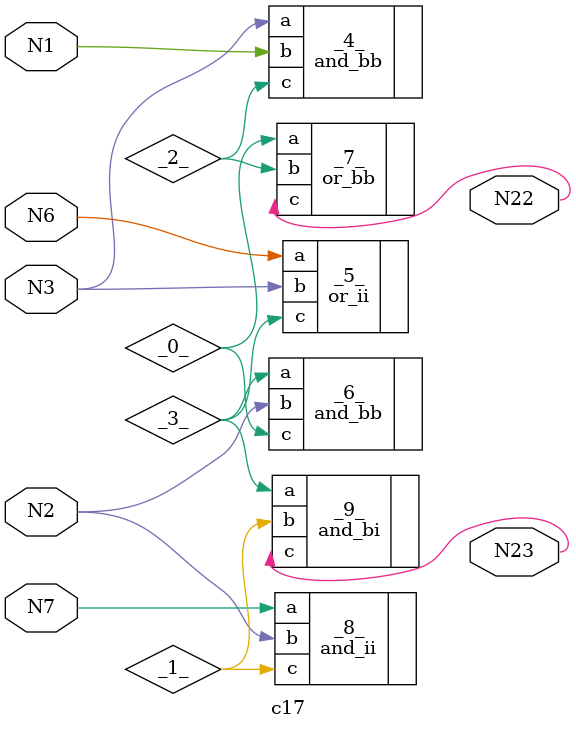
<source format=v>
/* Generated by Yosys 0.7 (git sha1 61f6811) */
//5
module c17(N1, N2, N3, N6, N7, N22, N23);
  wire _0_;
  wire _1_;
  wire _2_;
  wire _3_;
  input N1;
  input N2;
  output N22;
  output N23;
  input N3;
  input N6;
  input N7;
  and_bb _4_ (
    .a(N3),
    .b(N1),
    .c(_2_)
  );
  or_ii _5_ (
    .a(N6),
    .b(N3),
    .c(_3_)
  );
  and_bb _6_ (
    .a(_3_),
    .b(N2),
    .c(_0_)
  );
  or_bb _7_ (
    .a(_0_),
    .b(_2_),
    .c(N22)
  );
  and_ii _8_ (
    .a(N7),
    .b(N2),
    .c(_1_)
  );
  and_bi _9_ (
    .a(_3_),
    .b(_1_),
    .c(N23)
  );
endmodule

</source>
